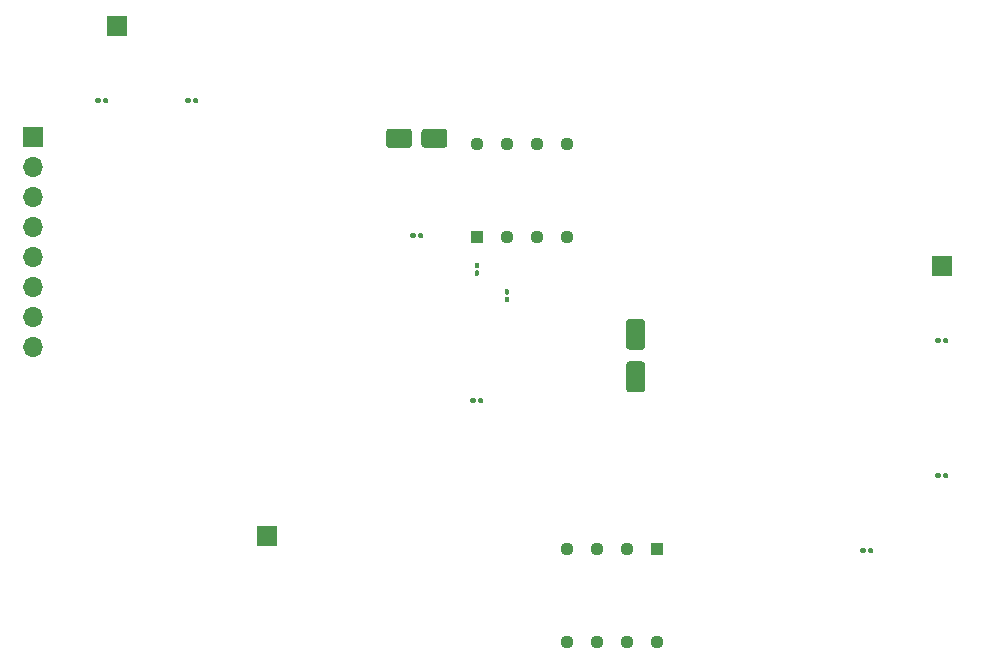
<source format=gbr>
%TF.GenerationSoftware,KiCad,Pcbnew,(5.1.10)-1*%
%TF.CreationDate,2021-11-07T17:17:01-05:00*%
%TF.ProjectId,kicad,6b696361-642e-46b6-9963-61645f706362,rev?*%
%TF.SameCoordinates,Original*%
%TF.FileFunction,Soldermask,Top*%
%TF.FilePolarity,Negative*%
%FSLAX46Y46*%
G04 Gerber Fmt 4.6, Leading zero omitted, Abs format (unit mm)*
G04 Created by KiCad (PCBNEW (5.1.10)-1) date 2021-11-07 17:17:01*
%MOMM*%
%LPD*%
G01*
G04 APERTURE LIST*
%ADD10R,1.130000X1.130000*%
%ADD11C,1.130000*%
%ADD12R,1.700000X1.700000*%
%ADD13O,1.700000X1.700000*%
G04 APERTURE END LIST*
D10*
%TO.C,U3*%
X201930000Y-138270000D03*
D11*
X199390000Y-138270000D03*
X196850000Y-138270000D03*
X194310000Y-138270000D03*
X194310000Y-146210000D03*
X196850000Y-146210000D03*
X199390000Y-146210000D03*
X201930000Y-146210000D03*
%TD*%
D12*
%TO.C,gnd1*%
X168910000Y-137160000D03*
%TD*%
%TO.C,Vin2*%
X226060000Y-114300000D03*
%TD*%
%TO.C,Vin1*%
X156210000Y-93980000D03*
%TD*%
D11*
%TO.C,U2*%
X186690000Y-103980000D03*
X189230000Y-103980000D03*
X191770000Y-103980000D03*
X194310000Y-103980000D03*
X194310000Y-111920000D03*
X191770000Y-111920000D03*
X189230000Y-111920000D03*
D10*
X186690000Y-111920000D03*
%TD*%
D12*
%TO.C,U1*%
X149145001Y-103425001D03*
D13*
X149145001Y-105965001D03*
X149145001Y-108505001D03*
X149145001Y-111045001D03*
X149145001Y-113585001D03*
X149145001Y-116125001D03*
X149145001Y-118665001D03*
X149145001Y-121205001D03*
%TD*%
%TO.C,R9*%
G36*
G01*
X220260000Y-138330000D02*
X220260000Y-138530000D01*
G75*
G02*
X220160000Y-138630000I-100000J0D01*
G01*
X219900000Y-138630000D01*
G75*
G02*
X219800000Y-138530000I0J100000D01*
G01*
X219800000Y-138330000D01*
G75*
G02*
X219900000Y-138230000I100000J0D01*
G01*
X220160000Y-138230000D01*
G75*
G02*
X220260000Y-138330000I0J-100000D01*
G01*
G37*
G36*
G01*
X219620000Y-138330000D02*
X219620000Y-138530000D01*
G75*
G02*
X219520000Y-138630000I-100000J0D01*
G01*
X219260000Y-138630000D01*
G75*
G02*
X219160000Y-138530000I0J100000D01*
G01*
X219160000Y-138330000D01*
G75*
G02*
X219260000Y-138230000I100000J0D01*
G01*
X219520000Y-138230000D01*
G75*
G02*
X219620000Y-138330000I0J-100000D01*
G01*
G37*
%TD*%
%TO.C,R6*%
G36*
G01*
X186140000Y-125830000D02*
X186140000Y-125630000D01*
G75*
G02*
X186240000Y-125530000I100000J0D01*
G01*
X186500000Y-125530000D01*
G75*
G02*
X186600000Y-125630000I0J-100000D01*
G01*
X186600000Y-125830000D01*
G75*
G02*
X186500000Y-125930000I-100000J0D01*
G01*
X186240000Y-125930000D01*
G75*
G02*
X186140000Y-125830000I0J100000D01*
G01*
G37*
G36*
G01*
X186780000Y-125830000D02*
X186780000Y-125630000D01*
G75*
G02*
X186880000Y-125530000I100000J0D01*
G01*
X187140000Y-125530000D01*
G75*
G02*
X187240000Y-125630000I0J-100000D01*
G01*
X187240000Y-125830000D01*
G75*
G02*
X187140000Y-125930000I-100000J0D01*
G01*
X186880000Y-125930000D01*
G75*
G02*
X186780000Y-125830000I0J100000D01*
G01*
G37*
%TD*%
%TO.C,R5*%
G36*
G01*
X186590000Y-114710000D02*
X186790000Y-114710000D01*
G75*
G02*
X186890000Y-114810000I0J-100000D01*
G01*
X186890000Y-115070000D01*
G75*
G02*
X186790000Y-115170000I-100000J0D01*
G01*
X186590000Y-115170000D01*
G75*
G02*
X186490000Y-115070000I0J100000D01*
G01*
X186490000Y-114810000D01*
G75*
G02*
X186590000Y-114710000I100000J0D01*
G01*
G37*
G36*
G01*
X186590000Y-114070000D02*
X186790000Y-114070000D01*
G75*
G02*
X186890000Y-114170000I0J-100000D01*
G01*
X186890000Y-114430000D01*
G75*
G02*
X186790000Y-114530000I-100000J0D01*
G01*
X186590000Y-114530000D01*
G75*
G02*
X186490000Y-114430000I0J100000D01*
G01*
X186490000Y-114170000D01*
G75*
G02*
X186590000Y-114070000I100000J0D01*
G01*
G37*
%TD*%
%TO.C,r4*%
G36*
G01*
X189130000Y-116290000D02*
X189330000Y-116290000D01*
G75*
G02*
X189430000Y-116390000I0J-100000D01*
G01*
X189430000Y-116650000D01*
G75*
G02*
X189330000Y-116750000I-100000J0D01*
G01*
X189130000Y-116750000D01*
G75*
G02*
X189030000Y-116650000I0J100000D01*
G01*
X189030000Y-116390000D01*
G75*
G02*
X189130000Y-116290000I100000J0D01*
G01*
G37*
G36*
G01*
X189130000Y-116930000D02*
X189330000Y-116930000D01*
G75*
G02*
X189430000Y-117030000I0J-100000D01*
G01*
X189430000Y-117290000D01*
G75*
G02*
X189330000Y-117390000I-100000J0D01*
G01*
X189130000Y-117390000D01*
G75*
G02*
X189030000Y-117290000I0J100000D01*
G01*
X189030000Y-117030000D01*
G75*
G02*
X189130000Y-116930000I100000J0D01*
G01*
G37*
%TD*%
%TO.C,R3*%
G36*
G01*
X181060000Y-111860000D02*
X181060000Y-111660000D01*
G75*
G02*
X181160000Y-111560000I100000J0D01*
G01*
X181420000Y-111560000D01*
G75*
G02*
X181520000Y-111660000I0J-100000D01*
G01*
X181520000Y-111860000D01*
G75*
G02*
X181420000Y-111960000I-100000J0D01*
G01*
X181160000Y-111960000D01*
G75*
G02*
X181060000Y-111860000I0J100000D01*
G01*
G37*
G36*
G01*
X181700000Y-111860000D02*
X181700000Y-111660000D01*
G75*
G02*
X181800000Y-111560000I100000J0D01*
G01*
X182060000Y-111560000D01*
G75*
G02*
X182160000Y-111660000I0J-100000D01*
G01*
X182160000Y-111860000D01*
G75*
G02*
X182060000Y-111960000I-100000J0D01*
G01*
X181800000Y-111960000D01*
G75*
G02*
X181700000Y-111860000I0J100000D01*
G01*
G37*
%TD*%
%TO.C,R2*%
G36*
G01*
X162010000Y-100430000D02*
X162010000Y-100230000D01*
G75*
G02*
X162110000Y-100130000I100000J0D01*
G01*
X162370000Y-100130000D01*
G75*
G02*
X162470000Y-100230000I0J-100000D01*
G01*
X162470000Y-100430000D01*
G75*
G02*
X162370000Y-100530000I-100000J0D01*
G01*
X162110000Y-100530000D01*
G75*
G02*
X162010000Y-100430000I0J100000D01*
G01*
G37*
G36*
G01*
X162650000Y-100430000D02*
X162650000Y-100230000D01*
G75*
G02*
X162750000Y-100130000I100000J0D01*
G01*
X163010000Y-100130000D01*
G75*
G02*
X163110000Y-100230000I0J-100000D01*
G01*
X163110000Y-100430000D01*
G75*
G02*
X163010000Y-100530000I-100000J0D01*
G01*
X162750000Y-100530000D01*
G75*
G02*
X162650000Y-100430000I0J100000D01*
G01*
G37*
%TD*%
%TO.C,R1*%
G36*
G01*
X154390000Y-100430000D02*
X154390000Y-100230000D01*
G75*
G02*
X154490000Y-100130000I100000J0D01*
G01*
X154750000Y-100130000D01*
G75*
G02*
X154850000Y-100230000I0J-100000D01*
G01*
X154850000Y-100430000D01*
G75*
G02*
X154750000Y-100530000I-100000J0D01*
G01*
X154490000Y-100530000D01*
G75*
G02*
X154390000Y-100430000I0J100000D01*
G01*
G37*
G36*
G01*
X155030000Y-100430000D02*
X155030000Y-100230000D01*
G75*
G02*
X155130000Y-100130000I100000J0D01*
G01*
X155390000Y-100130000D01*
G75*
G02*
X155490000Y-100230000I0J-100000D01*
G01*
X155490000Y-100430000D01*
G75*
G02*
X155390000Y-100530000I-100000J0D01*
G01*
X155130000Y-100530000D01*
G75*
G02*
X155030000Y-100430000I0J100000D01*
G01*
G37*
%TD*%
%TO.C,D2*%
G36*
G01*
X225510000Y-132180000D02*
X225510000Y-131980000D01*
G75*
G02*
X225610000Y-131880000I100000J0D01*
G01*
X225870000Y-131880000D01*
G75*
G02*
X225970000Y-131980000I0J-100000D01*
G01*
X225970000Y-132180000D01*
G75*
G02*
X225870000Y-132280000I-100000J0D01*
G01*
X225610000Y-132280000D01*
G75*
G02*
X225510000Y-132180000I0J100000D01*
G01*
G37*
G36*
G01*
X226150000Y-132180000D02*
X226150000Y-131980000D01*
G75*
G02*
X226250000Y-131880000I100000J0D01*
G01*
X226510000Y-131880000D01*
G75*
G02*
X226610000Y-131980000I0J-100000D01*
G01*
X226610000Y-132180000D01*
G75*
G02*
X226510000Y-132280000I-100000J0D01*
G01*
X226250000Y-132280000D01*
G75*
G02*
X226150000Y-132180000I0J100000D01*
G01*
G37*
%TD*%
%TO.C,D1*%
G36*
G01*
X226610000Y-120550000D02*
X226610000Y-120750000D01*
G75*
G02*
X226510000Y-120850000I-100000J0D01*
G01*
X226250000Y-120850000D01*
G75*
G02*
X226150000Y-120750000I0J100000D01*
G01*
X226150000Y-120550000D01*
G75*
G02*
X226250000Y-120450000I100000J0D01*
G01*
X226510000Y-120450000D01*
G75*
G02*
X226610000Y-120550000I0J-100000D01*
G01*
G37*
G36*
G01*
X225970000Y-120550000D02*
X225970000Y-120750000D01*
G75*
G02*
X225870000Y-120850000I-100000J0D01*
G01*
X225610000Y-120850000D01*
G75*
G02*
X225510000Y-120750000I0J100000D01*
G01*
X225510000Y-120550000D01*
G75*
G02*
X225610000Y-120450000I100000J0D01*
G01*
X225870000Y-120450000D01*
G75*
G02*
X225970000Y-120550000I0J-100000D01*
G01*
G37*
%TD*%
%TO.C,C2*%
G36*
G01*
X200680000Y-121420000D02*
X199580000Y-121420000D01*
G75*
G02*
X199330000Y-121170000I0J250000D01*
G01*
X199330000Y-119070000D01*
G75*
G02*
X199580000Y-118820000I250000J0D01*
G01*
X200680000Y-118820000D01*
G75*
G02*
X200930000Y-119070000I0J-250000D01*
G01*
X200930000Y-121170000D01*
G75*
G02*
X200680000Y-121420000I-250000J0D01*
G01*
G37*
G36*
G01*
X200680000Y-125020000D02*
X199580000Y-125020000D01*
G75*
G02*
X199330000Y-124770000I0J250000D01*
G01*
X199330000Y-122670000D01*
G75*
G02*
X199580000Y-122420000I250000J0D01*
G01*
X200680000Y-122420000D01*
G75*
G02*
X200930000Y-122670000I0J-250000D01*
G01*
X200930000Y-124770000D01*
G75*
G02*
X200680000Y-125020000I-250000J0D01*
G01*
G37*
%TD*%
%TO.C,C1*%
G36*
G01*
X181995001Y-104075001D02*
X181995001Y-102975001D01*
G75*
G02*
X182245001Y-102725001I250000J0D01*
G01*
X183945001Y-102725001D01*
G75*
G02*
X184195001Y-102975001I0J-250000D01*
G01*
X184195001Y-104075001D01*
G75*
G02*
X183945001Y-104325001I-250000J0D01*
G01*
X182245001Y-104325001D01*
G75*
G02*
X181995001Y-104075001I0J250000D01*
G01*
G37*
G36*
G01*
X178995001Y-104075001D02*
X178995001Y-102975001D01*
G75*
G02*
X179245001Y-102725001I250000J0D01*
G01*
X180945001Y-102725001D01*
G75*
G02*
X181195001Y-102975001I0J-250000D01*
G01*
X181195001Y-104075001D01*
G75*
G02*
X180945001Y-104325001I-250000J0D01*
G01*
X179245001Y-104325001D01*
G75*
G02*
X178995001Y-104075001I0J250000D01*
G01*
G37*
%TD*%
M02*

</source>
